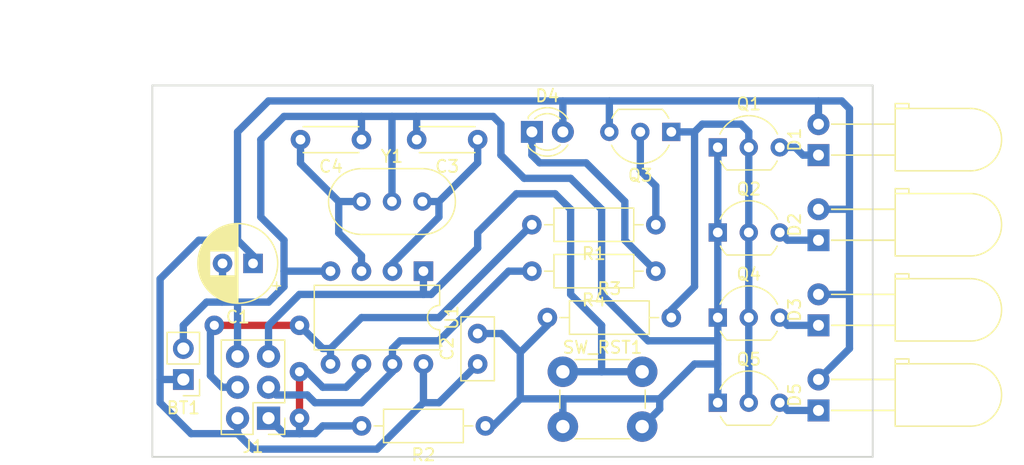
<source format=kicad_pcb>
(kicad_pcb (version 20221018) (generator pcbnew)
  (layers (0 "F.Cu" signal) (31 "B.Cu" signal) (34 "B.Paste" user) (35 "F.Paste" user) (36 "B.SilkS" user "B.Silkscreen") (37 "F.SilkS" user "F.Silkscreen") (38 "B.Mask" user) (39 "F.Mask" user) (44 "Edge.Cuts" user))
  (net 0 "")
  (net 1 "VCC")
  (net 2 "GND")
  (net 3 "Net-(C3-Pad1)")
  (net 4 "Net-(C4-Pad2)")
  (net 5 "Net-(D1-Pad1)")
  (net 6 "Net-(D2-Pad1)")
  (net 7 "Net-(D3-Pad1)")
  (net 8 "Net-(D4-Pad1)")
  (net 9 "Net-(D5-Pad1)")
  (net 10 "/MISO")
  (net 11 "/SCK")
  (net 12 "/MOSI")
  (net 13 "/RST")
  (net 14 "Net-(Q1-Pad2)")
  (net 15 "Net-(Q3-Pad2)")
  (footprint "LED_THT:LED_D5.0mm_Horizontal_O6.35mm_Z3.0mm" (layer "F.Cu") (at 111.76 47.625 90)
    (fp_text reference "D5" (at 1.27 -1.96 90) (layer "F.SilkS"))
    (fp_text value "IR204A")
    (pad "1" thru_hole rect (at 0 0 90) (size 1.8 1.8) (drill 0.9) (layers "*.Cu" "*.Mask") (net 9 "Net-(D5-Pad1)"))
    (pad "2" thru_hole circle (at 2.54 0 90) (size 1.8 1.8) (drill 0.9) (layers "*.Cu" "*.Mask") (net 1 "VCC"))
  )
  (footprint "Connector_PinHeader_2.54mm:PinHeader_1x02_P2.54mm_Vertical" (layer "F.Cu") (at 59.69 45.085 180)
    (fp_text reference "BT1" (at 0 -2.33 180) (layer "F.SilkS"))
    (fp_text value "Battery")
    (pad "1" thru_hole rect (at 0 0 180) (size 1.7 1.7) (drill 1) (layers "*.Cu" "*.Mask") (net 1 "VCC"))
    (pad "2" thru_hole oval (at 0 2.54 180) (size 1.7 1.7) (drill 1) (layers "*.Cu" "*.Mask") (net 2 "GND"))
  )
  (footprint "Capacitor_THT:CP_Radial_D6.3mm_P2.50mm" (layer "F.Cu") (at 65.405 35.56 180)
    (fp_text reference "C1" (at 1.25 -4.4 180) (layer "F.SilkS"))
    (fp_text value "100uf x 6.3v")
    (pad "1" thru_hole rect (at 0 0 180) (size 1.6 1.6) (drill 0.8) (layers "*.Cu" "*.Mask") (net 1 "VCC"))
    (pad "2" thru_hole circle (at 2.5 0 180) (size 1.6 1.6) (drill 0.8) (layers "*.Cu" "*.Mask") (net 2 "GND"))
  )
  (footprint "Capacitor_THT:C_Disc_D5.0mm_W2.5mm_P2.50mm" (layer "F.Cu") (at 83.82 43.815 90)
    (fp_text reference "C2" (at 1.25 -2.5 90) (layer "F.SilkS"))
    (fp_text value "100nf")
    (pad "1" thru_hole circle (at 0 0 90) (size 1.6 1.6) (drill 0.8) (layers "*.Cu" "*.Mask") (net 1 "VCC"))
    (pad "2" thru_hole circle (at 2.5 0 90) (size 1.6 1.6) (drill 0.8) (layers "*.Cu" "*.Mask") (net 2 "GND"))
  )
  (footprint "Capacitor_THT:C_Disc_D4.3mm_W1.9mm_P5.00mm" (layer "F.Cu") (at 83.82 25.4 180)
    (fp_text reference "C3" (at 2.5 -2.2 180) (layer "F.SilkS"))
    (fp_text value "18pf")
    (pad "1" thru_hole circle (at 0 0 180) (size 1.6 1.6) (drill 0.8) (layers "*.Cu" "*.Mask") (net 3 "Net-(C3-Pad1)"))
    (pad "2" thru_hole circle (at 5 0 180) (size 1.6 1.6) (drill 0.8) (layers "*.Cu" "*.Mask") (net 2 "GND"))
  )
  (footprint "Capacitor_THT:C_Disc_D4.3mm_W1.9mm_P5.00mm" (layer "F.Cu") (at 74.295 25.4 180)
    (fp_text reference "C4" (at 2.5 -2.2 180) (layer "F.SilkS"))
    (fp_text value "18pf")
    (pad "1" thru_hole circle (at 0 0 180) (size 1.6 1.6) (drill 0.8) (layers "*.Cu" "*.Mask") (net 2 "GND"))
    (pad "2" thru_hole circle (at 5 0 180) (size 1.6 1.6) (drill 0.8) (layers "*.Cu" "*.Mask") (net 4 "Net-(C4-Pad2)"))
  )
  (footprint "LED_THT:LED_D5.0mm_Horizontal_O6.35mm_Z3.0mm" (layer "F.Cu") (at 111.76 26.67 90)
    (fp_text reference "D1" (at 1.27 -1.96 90) (layer "F.SilkS"))
    (fp_text value "IR204A")
    (pad "1" thru_hole rect (at 0 0 90) (size 1.8 1.8) (drill 0.9) (layers "*.Cu" "*.Mask") (net 5 "Net-(D1-Pad1)"))
    (pad "2" thru_hole circle (at 2.54 0 90) (size 1.8 1.8) (drill 0.9) (layers "*.Cu" "*.Mask") (net 1 "VCC"))
  )
  (footprint "LED_THT:LED_D5.0mm_Horizontal_O6.35mm_Z3.0mm" (layer "F.Cu") (at 111.76 33.655 90)
    (fp_text reference "D2" (at 1.27 -1.96 90) (layer "F.SilkS"))
    (fp_text value "IR204A")
    (pad "1" thru_hole rect (at 0 0 90) (size 1.8 1.8) (drill 0.9) (layers "*.Cu" "*.Mask") (net 6 "Net-(D2-Pad1)"))
    (pad "2" thru_hole circle (at 2.54 0 90) (size 1.8 1.8) (drill 0.9) (layers "*.Cu" "*.Mask") (net 1 "VCC"))
  )
  (footprint "LED_THT:LED_D5.0mm_Horizontal_O6.35mm_Z3.0mm" (layer "F.Cu") (at 111.76 40.64 90)
    (fp_text reference "D3" (at 1.27 -1.96 90) (layer "F.SilkS"))
    (fp_text value "IR204A")
    (pad "1" thru_hole rect (at 0 0 90) (size 1.8 1.8) (drill 0.9) (layers "*.Cu" "*.Mask") (net 7 "Net-(D3-Pad1)"))
    (pad "2" thru_hole circle (at 2.54 0 90) (size 1.8 1.8) (drill 0.9) (layers "*.Cu" "*.Mask") (net 1 "VCC"))
  )
  (footprint "LED_THT:LED_D3.0mm" (layer "F.Cu") (at 88.265 24.765)
    (fp_text reference "D4" (at 1.27 -2.96) (layer "F.SilkS"))
    (fp_text value "LED_Small_ALT")
    (pad "1" thru_hole rect (at 0 0) (size 1.8 1.8) (drill 0.9) (layers "*.Cu" "*.Mask") (net 8 "Net-(D4-Pad1)"))
    (pad "2" thru_hole circle (at 2.54 0) (size 1.8 1.8) (drill 0.9) (layers "*.Cu" "*.Mask") (net 1 "VCC"))
  )
  (footprint "Connector_PinHeader_2.54mm:PinHeader_2x03_P2.54mm_Vertical" (layer "F.Cu") (at 66.675 48.26 180)
    (fp_text reference "J1" (at 1.27 -2.33 180) (layer "F.SilkS"))
    (fp_text value "AVR-ISP-6")
    (pad "1" thru_hole rect (at 0 0 180) (size 1.9 1.9) (drill 1) (layers "*.Cu" "*.Mask") (net 10 "/MISO"))
    (pad "2" thru_hole oval (at 2.54 0 180) (size 1.9 1.9) (drill 1) (layers "*.Cu" "*.Mask") (net 1 "VCC"))
    (pad "3" thru_hole oval (at 0 2.54 180) (size 1.9 1.9) (drill 1) (layers "*.Cu" "*.Mask") (net 11 "/SCK"))
    (pad "4" thru_hole oval (at 2.54 2.54 180) (size 1.9 1.9) (drill 1) (layers "*.Cu" "*.Mask") (net 12 "/MOSI"))
    (pad "5" thru_hole oval (at 0 5.08 180) (size 1.9 1.9) (drill 1) (layers "*.Cu" "*.Mask") (net 13 "/RST"))
    (pad "6" thru_hole oval (at 2.54 5.08 180) (size 1.9 1.9) (drill 1) (layers "*.Cu" "*.Mask") (net 2 "GND"))
  )
  (footprint "Package_TO_SOT_THT:TO-92_Inline_Wide" (layer "F.Cu") (at 103.505 26.035)
    (fp_text reference "Q1" (at 2.54 -3.56) (layer "F.SilkS"))
    (fp_text value "2N3904")
    (pad "1" thru_hole rect (at 0 0 90) (size 1.5 1.5) (drill 0.8) (layers "*.Cu" "*.Mask") (net 2 "GND"))
    (pad "2" thru_hole circle (at 2.54 0 90) (size 1.5 1.5) (drill 0.8) (layers "*.Cu" "*.Mask") (net 14 "Net-(Q1-Pad2)"))
    (pad "3" thru_hole circle (at 5.08 0 90) (size 1.5 1.5) (drill 0.8) (layers "*.Cu" "*.Mask") (net 5 "Net-(D1-Pad1)"))
  )
  (footprint "Package_TO_SOT_THT:TO-92_Inline_Wide" (layer "F.Cu") (at 103.505 33.02)
    (fp_text reference "Q2" (at 2.54 -3.56) (layer "F.SilkS"))
    (fp_text value "2N3904")
    (pad "1" thru_hole rect (at 0 0 90) (size 1.5 1.5) (drill 0.8) (layers "*.Cu" "*.Mask") (net 2 "GND"))
    (pad "2" thru_hole circle (at 2.54 0 90) (size 1.5 1.5) (drill 0.8) (layers "*.Cu" "*.Mask") (net 14 "Net-(Q1-Pad2)"))
    (pad "3" thru_hole circle (at 5.08 0 90) (size 1.5 1.5) (drill 0.8) (layers "*.Cu" "*.Mask") (net 6 "Net-(D2-Pad1)"))
  )
  (footprint "Package_TO_SOT_THT:TO-92_Inline_Wide" (layer "F.Cu") (at 99.695 24.765 180)
    (fp_text reference "Q3" (at 2.54 -3.56 180) (layer "F.SilkS"))
    (fp_text value "BC557")
    (pad "1" thru_hole rect (at 0 0 270) (size 1.5 1.5) (drill 0.8) (layers "*.Cu" "*.Mask") (net 14 "Net-(Q1-Pad2)"))
    (pad "2" thru_hole circle (at 2.54 0 270) (size 1.5 1.5) (drill 0.8) (layers "*.Cu" "*.Mask") (net 15 "Net-(Q3-Pad2)"))
    (pad "3" thru_hole circle (at 5.08 0 270) (size 1.5 1.5) (drill 0.8) (layers "*.Cu" "*.Mask") (net 1 "VCC"))
  )
  (footprint "Package_TO_SOT_THT:TO-92_Inline_Wide" (layer "F.Cu") (at 103.505 40.005)
    (fp_text reference "Q4" (at 2.54 -3.56) (layer "F.SilkS"))
    (fp_text value "2N3904")
    (pad "1" thru_hole rect (at 0 0 90) (size 1.5 1.5) (drill 0.8) (layers "*.Cu" "*.Mask") (net 2 "GND"))
    (pad "2" thru_hole circle (at 2.54 0 90) (size 1.5 1.5) (drill 0.8) (layers "*.Cu" "*.Mask") (net 14 "Net-(Q1-Pad2)"))
    (pad "3" thru_hole circle (at 5.08 0 90) (size 1.5 1.5) (drill 0.8) (layers "*.Cu" "*.Mask") (net 7 "Net-(D3-Pad1)"))
  )
  (footprint "Package_TO_SOT_THT:TO-92_Inline_Wide" (layer "F.Cu") (at 103.505 46.99)
    (fp_text reference "Q5" (at 2.54 -3.56) (layer "F.SilkS"))
    (fp_text value "2N3904")
    (pad "1" thru_hole rect (at 0 0 90) (size 1.5 1.5) (drill 0.8) (layers "*.Cu" "*.Mask") (net 2 "GND"))
    (pad "2" thru_hole circle (at 2.54 0 90) (size 1.5 1.5) (drill 0.8) (layers "*.Cu" "*.Mask") (net 14 "Net-(Q1-Pad2)"))
    (pad "3" thru_hole circle (at 5.08 0 90) (size 1.5 1.5) (drill 0.8) (layers "*.Cu" "*.Mask") (net 9 "Net-(D5-Pad1)"))
  )
  (footprint "Resistor_THT:R_Axial_DIN0207_L6.3mm_D2.5mm_P10.16mm_Horizontal" (layer "F.Cu") (at 98.425 32.385 180)
    (fp_text reference "R1" (at 5.08 -2.37 180) (layer "F.SilkS"))
    (fp_text value "1K")
    (pad "1" thru_hole circle (at 0 0 180) (size 1.6 1.6) (drill 0.8) (layers "*.Cu" "*.Mask") (net 15 "Net-(Q3-Pad2)"))
    (pad "2" thru_hole oval (at 10.16 0 180) (size 1.6 1.6) (drill 0.8) (layers "*.Cu" "*.Mask") (net 12 "/MOSI"))
  )
  (footprint "Resistor_THT:R_Axial_DIN0207_L6.3mm_D2.5mm_P10.16mm_Horizontal" (layer "F.Cu") (at 84.455 48.895 180)
    (fp_text reference "R2" (at 5.08 -2.37 180) (layer "F.SilkS"))
    (fp_text value "10K")
    (pad "1" thru_hole circle (at 0 0 180) (size 1.6 1.6) (drill 0.8) (layers "*.Cu" "*.Mask") (net 2 "GND"))
    (pad "2" thru_hole oval (at 10.16 0 180) (size 1.6 1.6) (drill 0.8) (layers "*.Cu" "*.Mask") (net 10 "/MISO"))
  )
  (footprint "Resistor_THT:R_Axial_DIN0207_L6.3mm_D2.5mm_P10.16mm_Horizontal" (layer "F.Cu") (at 89.535 40.005)
    (fp_text reference "R3" (at 5.08 -2.37) (layer "F.SilkS"))
    (fp_text value "10K")
    (pad "1" thru_hole circle (at 0 0) (size 1.6 1.6) (drill 0.8) (layers "*.Cu" "*.Mask") (net 2 "GND"))
    (pad "2" thru_hole oval (at 10.16 0) (size 1.6 1.6) (drill 0.8) (layers "*.Cu" "*.Mask") (net 14 "Net-(Q1-Pad2)"))
  )
  (footprint "Resistor_THT:R_Axial_DIN0207_L6.3mm_D2.5mm_P10.16mm_Horizontal" (layer "F.Cu") (at 98.425 36.195 180)
    (fp_text reference "R4" (at 5.08 -2.37 180) (layer "F.SilkS"))
    (fp_text value "1K")
    (pad "1" thru_hole circle (at 0 0 180) (size 1.6 1.6) (drill 0.8) (layers "*.Cu" "*.Mask") (net 8 "Net-(D4-Pad1)"))
    (pad "2" thru_hole oval (at 10.16 0 180) (size 1.6 1.6) (drill 0.8) (layers "*.Cu" "*.Mask") (net 11 "/SCK"))
  )
  (footprint "Button_Switch_THT:SW_PUSH_6mm_H5mm" (layer "F.Cu") (at 90.805 44.45)
    (fp_text reference "SW_RST1" (at 3.25 -2) (layer "F.SilkS"))
    (fp_text value "SW_Push")
    (pad "1" thru_hole circle (at 0 0 90) (size 2.5 2.5) (drill 1.1) (layers "*.Cu" "*.Mask") (net 13 "/RST"))
    (pad "1" thru_hole circle (at 6.5 0 90) (size 2.5 2.5) (drill 1.1) (layers "*.Cu" "*.Mask") (net 13 "/RST"))
    (pad "2" thru_hole circle (at 0 4.5 90) (size 2.5 2.5) (drill 1.1) (layers "*.Cu" "*.Mask") (net 2 "GND"))
    (pad "2" thru_hole circle (at 6.5 4.5 90) (size 2.5 2.5) (drill 1.1) (layers "*.Cu" "*.Mask") (net 2 "GND"))
  )
  (footprint "Package_DIP:DIP-8_W7.62mm" (layer "F.Cu") (at 79.375 36.195 -90)
    (fp_text reference "U1" (at 3.81 -2.33 270) (layer "F.SilkS"))
    (fp_text value "ATtiny85V-10PU")
    (pad "1" thru_hole rect (at 0 0 270) (size 1.6 1.6) (drill 0.8) (layers "*.Cu" "*.Mask") (net 13 "/RST"))
    (pad "2" thru_hole oval (at 0 2.54 270) (size 1.6 1.6) (drill 0.8) (layers "*.Cu" "*.Mask") (net 3 "Net-(C3-Pad1)"))
    (pad "3" thru_hole oval (at 0 5.08 270) (size 1.6 1.6) (drill 0.8) (layers "*.Cu" "*.Mask") (net 4 "Net-(C4-Pad2)"))
    (pad "4" thru_hole oval (at 0 7.62 270) (size 1.6 1.6) (drill 0.8) (layers "*.Cu" "*.Mask") (net 2 "GND"))
    (pad "5" thru_hole oval (at 7.62 7.62 270) (size 1.6 1.6) (drill 0.8) (layers "*.Cu" "*.Mask") (net 12 "/MOSI"))
    (pad "6" thru_hole oval (at 7.62 5.08 270) (size 1.6 1.6) (drill 0.8) (layers "*.Cu" "*.Mask") (net 10 "/MISO"))
    (pad "7" thru_hole oval (at 7.62 2.54 270) (size 1.6 1.6) (drill 0.8) (layers "*.Cu" "*.Mask") (net 11 "/SCK"))
    (pad "8" thru_hole oval (at 7.62 0 270) (size 1.6 1.6) (drill 0.8) (layers "*.Cu" "*.Mask") (net 1 "VCC"))
  )
  (footprint "Crystal:Resonator-3Pin_W10.0mm_H5.0mm" (layer "F.Cu") (at 74.295 30.48)
    (fp_text reference "Y1" (at 2.5 -3.7) (layer "F.SilkS"))
    (fp_text value "8Mhz")
    (pad "1" thru_hole circle (at 0 0) (size 1.5 1.5) (drill 0.8) (layers "*.Cu" "*.Mask") (net 4 "Net-(C4-Pad2)"))
    (pad "2" thru_hole circle (at 2.5 0) (size 1.5 1.5) (drill 0.8) (layers "*.Cu" "*.Mask") (net 2 "GND"))
    (pad "3" thru_hole circle (at 5 0) (size 1.5 1.5) (drill 0.8) (layers "*.Cu" "*.Mask") (net 3 "Net-(C3-Pad1)"))
  )
  (gr_line (start 116.205 20.955) (end 57.15 20.955) (stroke (width 0.15)) (layer "Edge.Cuts"))
  (gr_line (start 116.205 51.435) (end 116.205 20.955) (stroke (width 0.15)) (layer "Edge.Cuts"))
  (gr_line (start 57.15 51.435) (end 57.15 20.955) (stroke (width 0.15)) (layer "Edge.Cuts"))
  (gr_line (start 57.15 51.435) (end 116.205 51.435) (stroke (width 0.15)) (layer "Edge.Cuts"))
  (segment (start 65.405 50.8) (end 75.565 50.8) (width 0.6) (layer "B.Cu") (net 1))
  (segment (start 79.375 46.99) (end 75.565 50.8) (width 0.6) (layer "B.Cu") (net 1))
  (segment (start 113.665 22.225) (end 114.3 22.86) (width 0.6) (layer "B.Cu") (net 1))
  (segment (start 111.76 22.225) (end 113.665 22.225) (width 0.6) (layer "B.Cu") (net 1))
  (segment (start 57.785 46.99) (end 60.325 49.53) (width 0.6) (layer "B.Cu") (net 1))
  (segment (start 57.785 45.085) (end 57.785 46.99) (width 0.6) (layer "B.Cu") (net 1))
  (segment (start 60.325 49.53) (end 64.135 49.53) (width 0.6) (layer "B.Cu") (net 1))
  (segment (start 64.135 49.53) (end 65.405 50.8) (width 0.6) (layer "B.Cu") (net 1))
  (segment (start 80.645 46.99) (end 83.82 43.815) (width 0.6) (layer "B.Cu") (net 1))
  (segment (start 111.76 22.225) (end 94.615 22.225) (width 0.6) (layer "B.Cu") (net 1))
  (segment (start 94.615 22.225) (end 90.805 22.225) (width 0.6) (layer "B.Cu") (net 1))
  (segment (start 90.805 22.225) (end 66.675 22.225) (width 0.6) (layer "B.Cu") (net 1))
  (segment (start 66.675 22.225) (end 64.135 24.765) (width 0.6) (layer "B.Cu") (net 1))
  (segment (start 64.135 24.765) (end 64.135 33.655) (width 0.6) (layer "B.Cu") (net 1))
  (segment (start 65.405 34.925) (end 65.405 35.56) (width 0.6) (layer "B.Cu") (net 1))
  (segment (start 60.96 33.655) (end 57.785 36.83) (width 0.6) (layer "B.Cu") (net 1))
  (segment (start 57.785 36.83) (end 57.785 45.085) (width 0.6) (layer "B.Cu") (net 1))
  (segment (start 114.3 22.86) (end 114.3 31.115) (width 0.6) (layer "B.Cu") (net 1))
  (segment (start 64.135 48.26) (end 64.135 49.53) (width 0.6) (layer "B.Cu") (net 1))
  (segment (start 64.135 33.655) (end 65.405 34.925) (width 0.6) (layer "B.Cu") (net 1))
  (segment (start 59.69 45.085) (end 57.785 45.085) (width 0.6) (layer "B.Cu") (net 1))
  (segment (start 64.135 33.655) (end 60.96 33.655) (width 0.6) (layer "B.Cu") (net 1))
  (segment (start 79.375 43.815) (end 79.375 46.99) (width 0.6) (layer "B.Cu") (net 1))
  (segment (start 114.3 42.545) (end 111.76 45.085) (width 0.6) (layer "B.Cu") (net 1))
  (segment (start 90.805 24.765) (end 90.805 22.225) (width 0.6) (layer "B.Cu") (net 1))
  (segment (start 114.3 38.1) (end 114.3 42.545) (width 0.6) (layer "B.Cu") (net 1))
  (segment (start 79.375 46.99) (end 80.645 46.99) (width 0.6) (layer "B.Cu") (net 1))
  (segment (start 111.76 31.115) (end 114.3 31.115) (width 0.6) (layer "B.Cu") (net 1))
  (segment (start 94.615 24.765) (end 94.615 22.225) (width 0.6) (layer "B.Cu") (net 1))
  (segment (start 111.76 24.13) (end 111.76 22.225) (width 0.6) (layer "B.Cu") (net 1))
  (segment (start 111.76 38.1) (end 114.3 38.1) (width 0.6) (layer "B.Cu") (net 1))
  (segment (start 114.3 31.115) (end 114.3 38.1) (width 0.6) (layer "B.Cu") (net 1))
  (segment (start 103.505 33.02) (end 103.505 40.005) (width 0.6) (layer "B.Cu") (net 2))
  (segment (start 103.505 40.005) (end 103.505 41.91) (width 0.6) (layer "B.Cu") (net 2))
  (segment (start 67.945 23.495) (end 74.295 23.495) (width 0.6) (layer "B.Cu") (net 2))
  (segment (start 97.79 41.91) (end 93.98 38.1) (width 0.6) (layer "B.Cu") (net 2))
  (segment (start 91.44 28.575) (end 87.63 28.575) (width 0.6) (layer "B.Cu") (net 2))
  (segment (start 87.63 28.575) (end 85.725 26.67) (width 0.6) (layer "B.Cu") (net 2))
  (segment (start 85.09 23.495) (end 78.78 23.495) (width 0.6) (layer "B.Cu") (net 2))
  (segment (start 98.7425 46.6725) (end 101.6 43.815) (width 0.6) (layer "B.Cu") (net 2))
  (segment (start 78.78 23.495) (end 76.795 23.495) (width 0.6) (layer "B.Cu") (net 2))
  (segment (start 59.69 42.545) (end 59.69 40.64) (width 0.6) (layer "B.Cu") (net 2))
  (segment (start 61.595 38.735) (end 62.865 38.735) (width 0.6) (layer "B.Cu") (net 2))
  (segment (start 66.675 38.735) (end 67.945 37.465) (width 0.6) (layer "B.Cu") (net 2))
  (segment (start 62.865 38.735) (end 64.135 38.735) (width 0.6) (layer "B.Cu") (net 2))
  (segment (start 64.135 38.735) (end 66.675 38.735) (width 0.6) (layer "B.Cu") (net 2))
  (segment (start 103.505 43.815) (end 101.6 43.815) (width 0.6) (layer "B.Cu") (net 2))
  (segment (start 103.505 43.815) (end 103.505 46.99) (width 0.6) (layer "B.Cu") (net 2))
  (segment (start 97.79 41.91) (end 103.505 41.91) (width 0.6) (layer "B.Cu") (net 2))
  (segment (start 103.505 41.91) (end 103.505 43.815) (width 0.6) (layer "B.Cu") (net 2))
  (segment (start 85.09 23.495) (end 85.725 24.13) (width 0.6) (layer "B.Cu") (net 2))
  (segment (start 85.725 24.13) (end 85.725 26.67) (width 0.6) (layer "B.Cu") (net 2))
  (segment (start 67.945 23.495) (end 66.04 25.4) (width 0.6) (layer "B.Cu") (net 2))
  (segment (start 66.04 25.4) (end 66.04 31.75) (width 0.6) (layer "B.Cu") (net 2))
  (segment (start 67.945 36.195) (end 67.945 37.465) (width 0.6) (layer "B.Cu") (net 2))
  (segment (start 74.295 23.495) (end 76.795 23.495) (width 0.6) (layer "B.Cu") (net 2))
  (segment (start 78.82 23.535) (end 78.78 23.495) (width 0.6) (layer "B.Cu") (net 2))
  (segment (start 67.945 33.655) (end 67.945 36.195) (width 0.6) (layer "B.Cu") (net 2))
  (segment (start 62.905 38.695) (end 62.865 38.735) (width 0.6) (layer "B.Cu") (net 2))
  (segment (start 91.44 28.575) (end 93.98 31.115) (width 0.6) (layer "B.Cu") (net 2))
  (segment (start 93.98 31.115) (end 93.98 38.1) (width 0.6) (layer "B.Cu") (net 2))
  (segment (start 98.7425 47.5125) (end 98.7425 46.6725) (width 0.6) (layer "B.Cu") (net 2))
  (segment (start 87.3125 46.6725) (end 85.09 48.895) (width 0.6) (layer "B.Cu") (net 2))
  (segment (start 85.09 48.895) (end 84.455 48.895) (width 0.6) (layer "B.Cu") (net 2))
  (segment (start 90.805 46.6725) (end 87.3125 46.6725) (width 0.6) (layer "B.Cu") (net 2))
  (segment (start 87.3125 42.8625) (end 85.765 41.315) (width 0.6) (layer "B.Cu") (net 2))
  (segment (start 85.765 41.315) (end 83.82 41.315) (width 0.6) (layer "B.Cu") (net 2))
  (segment (start 89.535 40.64) (end 89.535 40.005) (width 0.6) (layer "B.Cu") (net 2))
  (segment (start 71.755 36.195) (end 67.945 36.195) (width 0.6) (layer "B.Cu") (net 2))
  (segment (start 90.805 48.95) (end 90.805 46.6725) (width 0.6) (layer "B.Cu") (net 2))
  (segment (start 74.295 25.4) (end 74.295 23.495) (width 0.6) (layer "B.Cu") (net 2))
  (segment (start 64.135 43.18) (end 64.135 38.735) (width 0.6) (layer "B.Cu") (net 2))
  (segment (start 78.82 25.4) (end 78.82 23.535) (width 0.6) (layer "B.Cu") (net 2))
  (segment (start 62.905 35.56) (end 62.905 38.695) (width 0.6) (layer "B.Cu") (net 2))
  (segment (start 59.69 40.64) (end 61.595 38.735) (width 0.6) (layer "B.Cu") (net 2))
  (segment (start 98.7425 46.6725) (end 90.805 46.6725) (width 0.6) (layer "B.Cu") (net 2))
  (segment (start 66.04 31.75) (end 67.945 33.655) (width 0.6) (layer "B.Cu") (net 2))
  (segment (start 103.505 26.035) (end 103.505 33.02) (width 0.6) (layer "B.Cu") (net 2))
  (segment (start 87.3125 42.8625) (end 89.535 40.64) (width 0.6) (layer "B.Cu") (net 2))
  (segment (start 76.795 30.48) (end 76.795 23.495) (width 0.6) (layer "B.Cu") (net 2))
  (segment (start 97.305 48.95) (end 98.7425 47.5125) (width 0.6) (layer "B.Cu") (net 2))
  (segment (start 87.3125 46.6725) (end 87.3125 42.8625) (width 0.6) (layer "B.Cu") (net 2))
  (segment (start 76.835 35.56) (end 80.645 31.75) (width 0.6) (layer "B.Cu") (net 3))
  (segment (start 80.645 31.75) (end 80.645 30.48) (width 0.6) (layer "B.Cu") (net 3))
  (segment (start 83.82 27.305) (end 80.645 30.48) (width 0.6) (layer "B.Cu") (net 3))
  (segment (start 79.295 30.48) (end 80.645 30.48) (width 0.6) (layer "B.Cu") (net 3))
  (segment (start 76.835 36.195) (end 76.835 35.56) (width 0.6) (layer "B.Cu") (net 3))
  (segment (start 83.82 25.4) (end 83.82 27.305) (width 0.6) (layer "B.Cu") (net 3))
  (segment (start 72.43 33.06) (end 74.295 34.925) (width 0.6) (layer "B.Cu") (net 4))
  (segment (start 72.43 30.48) (end 72.43 33.06) (width 0.6) (layer "B.Cu") (net 4))
  (segment (start 69.295 27.345) (end 72.43 30.48) (width 0.6) (layer "B.Cu") (net 4))
  (segment (start 69.295 25.4) (end 69.295 27.345) (width 0.6) (layer "B.Cu") (net 4))
  (segment (start 74.295 30.48) (end 72.43 30.48) (width 0.6) (layer "B.Cu") (net 4))
  (segment (start 74.295 36.195) (end 74.295 34.925) (width 0.6) (layer "B.Cu") (net 4))
  (segment (start 109.855 26.035) (end 110.49 26.67) (width 0.6) (layer "B.Cu") (net 5))
  (segment (start 110.49 26.67) (end 111.76 26.67) (width 0.6) (layer "B.Cu") (net 5))
  (segment (start 108.585 26.035) (end 109.855 26.035) (width 0.6) (layer "B.Cu") (net 5))
  (segment (start 109.22 33.655) (end 108.585 33.02) (width 0.6) (layer "B.Cu") (net 6))
  (segment (start 111.76 33.655) (end 109.22 33.655) (width 0.6) (layer "B.Cu") (net 6))
  (segment (start 109.22 40.64) (end 108.585 40.005) (width 0.6) (layer "B.Cu") (net 7))
  (segment (start 111.76 40.64) (end 109.22 40.64) (width 0.6) (layer "B.Cu") (net 7))
  (segment (start 88.265 26.67) (end 88.9 27.305) (width 0.6) (layer "B.Cu") (net 8))
  (segment (start 88.9 27.305) (end 92.71 27.305) (width 0.6) (layer "B.Cu") (net 8))
  (segment (start 92.71 27.305) (end 95.885 30.48) (width 0.6) (layer "B.Cu") (net 8))
  (segment (start 95.885 33.655) (end 95.885 30.48) (width 0.6) (layer "B.Cu") (net 8))
  (segment (start 95.885 33.655) (end 98.425 36.195) (width 0.6) (layer "B.Cu") (net 8))
  (segment (start 88.265 24.765) (end 88.265 26.67) (width 0.6) (layer "B.Cu") (net 8))
  (segment (start 109.22 47.625) (end 108.585 46.99) (width 0.6) (layer "B.Cu") (net 9))
  (segment (start 111.76 47.625) (end 109.22 47.625) (width 0.6) (layer "B.Cu") (net 9))
  (segment (start 69.215 44.45) (end 69.215 48.26) (width 0.6) (layer "F.Cu") (net 10))
  (via (at 69.215 48.26) (size 1.6) (drill 0.75) (layers "F.Cu" "B.Cu") (net 10))
  (via (at 69.215 44.45) (size 1.6) (drill 0.75) (layers "F.Cu" "B.Cu") (net 10))
  (segment (start 74.295 44.45) (end 73.025 45.72) (width 0.6) (layer "B.Cu") (net 10))
  (segment (start 73.025 45.72) (end 71.12 45.72) (width 0.6) (layer "B.Cu") (net 10))
  (segment (start 67.945 49.53) (end 69.215 49.53) (width 0.6) (layer "B.Cu") (net 10))
  (segment (start 69.85 44.45) (end 71.12 45.72) (width 0.6) (layer "B.Cu") (net 10))
  (segment (start 69.215 48.26) (end 69.215 49.53) (width 0.6) (layer "B.Cu") (net 10))
  (segment (start 71.12 48.895) (end 70.485 49.53) (width 0.6) (layer "B.Cu") (net 10))
  (segment (start 69.215 49.53) (end 70.485 49.53) (width 0.6) (layer "B.Cu") (net 10))
  (segment (start 66.675 48.26) (end 67.945 49.53) (width 0.6) (layer "B.Cu") (net 10))
  (segment (start 71.12 48.895) (end 74.295 48.895) (width 0.6) (layer "B.Cu") (net 10))
  (segment (start 69.85 44.45) (end 69.215 44.45) (width 0.6) (layer "B.Cu") (net 10))
  (segment (start 74.295 43.815) (end 74.295 44.45) (width 0.6) (layer "B.Cu") (net 10))
  (segment (start 74.295 46.99) (end 76.835 44.45) (width 0.6) (layer "B.Cu") (net 11))
  (segment (start 70.485 46.99) (end 74.295 46.99) (width 0.6) (layer "B.Cu") (net 11))
  (segment (start 69.85 46.355) (end 70.485 46.99) (width 0.6) (layer "B.Cu") (net 11))
  (segment (start 67.31 46.355) (end 66.675 45.72) (width 0.6) (layer "B.Cu") (net 11))
  (segment (start 80.645 41.91) (end 86.36 36.195) (width 0.6) (layer "B.Cu") (net 11))
  (segment (start 76.835 42.545) (end 77.47 41.91) (width 0.6) (layer "B.Cu") (net 11))
  (segment (start 88.265 36.195) (end 86.36 36.195) (width 0.6) (layer "B.Cu") (net 11))
  (segment (start 77.47 41.91) (end 80.645 41.91) (width 0.6) (layer "B.Cu") (net 11))
  (segment (start 69.85 46.355) (end 67.31 46.355) (width 0.6) (layer "B.Cu") (net 11))
  (segment (start 76.835 43.815) (end 76.835 44.45) (width 0.6) (layer "B.Cu") (net 11))
  (segment (start 76.835 42.545) (end 76.835 43.815) (width 0.6) (layer "B.Cu") (net 11))
  (segment (start 62.23 40.64) (end 69.215 40.64) (width 0.6) (layer "F.Cu") (net 12))
  (via (at 62.23 40.64) (size 1.6) (drill 0.75) (layers "F.Cu" "B.Cu") (net 12))
  (via (at 69.215 40.64) (size 1.6) (drill 0.75) (layers "F.Cu" "B.Cu") (net 12))
  (segment (start 71.755 42.545) (end 74.295 40.005) (width 0.6) (layer "B.Cu") (net 12))
  (segment (start 62.865 45.72) (end 64.135 45.72) (width 0.6) (layer "B.Cu") (net 12))
  (segment (start 69.215 40.64) (end 71.12 42.545) (width 0.6) (layer "B.Cu") (net 12))
  (segment (start 71.755 42.545) (end 71.12 42.545) (width 0.6) (layer "B.Cu") (net 12))
  (segment (start 61.9125 44.7675) (end 62.865 45.72) (width 0.6) (layer "B.Cu") (net 12))
  (segment (start 61.9125 40.9575) (end 62.23 40.64) (width 0.6) (layer "B.Cu") (net 12))
  (segment (start 71.755 43.815) (end 71.755 42.545) (width 0.6) (layer "B.Cu") (net 12))
  (segment (start 61.9125 44.7675) (end 61.9125 40.9575) (width 0.6) (layer "B.Cu") (net 12))
  (segment (start 80.645 40.005) (end 88.265 32.385) (width 0.6) (layer "B.Cu") (net 12))
  (segment (start 74.295 40.005) (end 80.645 40.005) (width 0.6) (layer "B.Cu") (net 12))
  (segment (start 90.17 29.845) (end 86.995 29.845) (width 0.6) (layer "B.Cu") (net 13))
  (segment (start 66.675 40.64) (end 69.215 38.1) (width 0.6) (layer "B.Cu") (net 13))
  (segment (start 93.98 40.64) (end 91.44 38.1) (width 0.6) (layer "B.Cu") (net 13))
  (segment (start 90.17 29.845) (end 91.44 31.115) (width 0.6) (layer "B.Cu") (net 13))
  (segment (start 91.44 31.115) (end 91.44 38.1) (width 0.6) (layer "B.Cu") (net 13))
  (segment (start 93.98 44.45) (end 97.305 44.45) (width 0.6) (layer "B.Cu") (net 13))
  (segment (start 80.01 38.1) (end 83.82 34.29) (width 0.6) (layer "B.Cu") (net 13))
  (segment (start 83.82 34.29) (end 83.82 33.02) (width 0.6) (layer "B.Cu") (net 13))
  (segment (start 83.82 33.02) (end 86.995 29.845) (width 0.6) (layer "B.Cu") (net 13))
  (segment (start 79.375 38.1) (end 80.01 38.1) (width 0.6) (layer "B.Cu") (net 13))
  (segment (start 90.805 44.45) (end 93.98 44.45) (width 0.6) (layer "B.Cu") (net 13))
  (segment (start 66.675 40.64) (end 66.675 43.18) (width 0.6) (layer "B.Cu") (net 13))
  (segment (start 69.215 38.1) (end 79.375 38.1) (width 0.6) (layer "B.Cu") (net 13))
  (segment (start 93.98 40.64) (end 93.98 44.45) (width 0.6) (layer "B.Cu") (net 13))
  (segment (start 79.375 36.195) (end 79.375 38.1) (width 0.6) (layer "B.Cu") (net 13))
  (segment (start 106.045 33.02) (end 106.045 40.005) (width 0.6) (layer "B.Cu") (net 14))
  (segment (start 106.045 40.005) (end 106.045 46.99) (width 0.6) (layer "B.Cu") (net 14))
  (segment (start 101.6 24.765) (end 102.235 24.13) (width 0.6) (layer "B.Cu") (net 14))
  (segment (start 102.235 24.13) (end 105.41 24.13) (width 0.6) (layer "B.Cu") (net 14))
  (segment (start 105.41 24.13) (end 106.045 24.765) (width 0.6) (layer "B.Cu") (net 14))
  (segment (start 106.045 24.765) (end 106.045 26.035) (width 0.6) (layer "B.Cu") (net 14))
  (segment (start 99.695 39.37) (end 101.6 37.465) (width 0.6) (layer "B.Cu") (net 14))
  (segment (start 99.695 39.37) (end 99.695 40.005) (width 0.6) (layer "B.Cu") (net 14))
  (segment (start 99.695 24.765) (end 101.6 24.765) (width 0.6) (layer "B.Cu") (net 14))
  (segment (start 101.6 24.765) (end 101.6 37.465) (width 0.6) (layer "B.Cu") (net 14))
  (segment (start 106.045 26.035) (end 106.045 33.02) (width 0.6) (layer "B.Cu") (net 14))
  (segment (start 97.155 27.94) (end 98.425 29.21) (width 0.6) (layer "B.Cu") (net 15))
  (segment (start 98.425 29.21) (end 98.425 32.385) (width 0.6) (layer "B.Cu") (net 15))
  (segment (start 97.155 24.765) (end 97.155 27.94) (width 0.6) (layer "B.Cu") (net 15))
)
</source>
